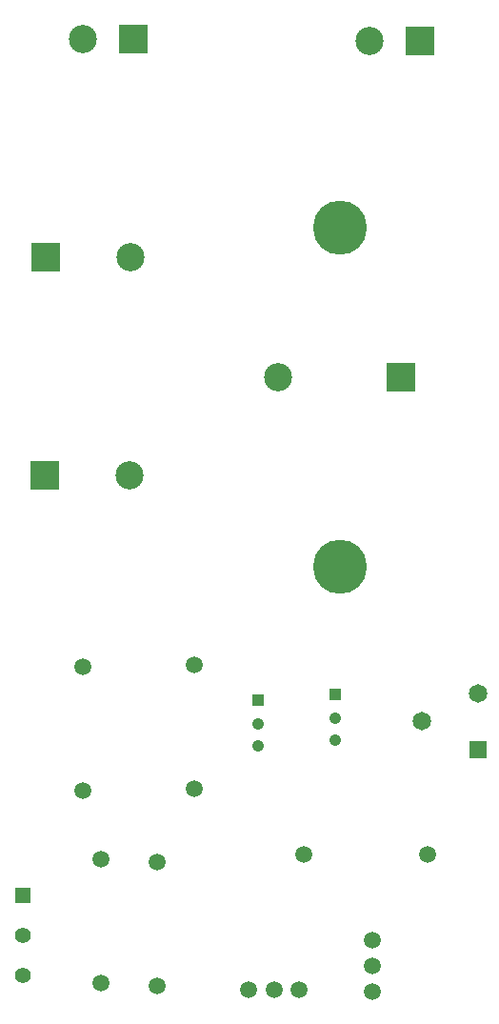
<source format=gtl>
G04*
G04 #@! TF.GenerationSoftware,Altium Limited,Altium Designer,23.0.1 (38)*
G04*
G04 Layer_Physical_Order=1*
G04 Layer_Color=255*
%FSLAX44Y44*%
%MOMM*%
G71*
G04*
G04 #@! TF.SameCoordinates,35DA4C4B-C9ED-44D6-BC94-0C2FA2B5732E*
G04*
G04*
G04 #@! TF.FilePolarity,Positive*
G04*
G01*
G75*
%ADD17C,2.5000*%
%ADD18R,2.5000X2.5000*%
%ADD29R,2.5000X2.5000*%
%ADD30C,4.8000*%
%ADD31C,1.5000*%
%ADD32R,1.0500X1.0500*%
%ADD33C,1.0500*%
%ADD34C,1.6500*%
%ADD35R,1.6500X1.6500*%
G04:AMPARAMS|DCode=36|XSize=1.4mm|YSize=1.4mm|CornerRadius=0.049mm|HoleSize=0mm|Usage=FLASHONLY|Rotation=0.000|XOffset=0mm|YOffset=0mm|HoleType=Round|Shape=RoundedRectangle|*
%AMROUNDEDRECTD36*
21,1,1.4000,1.3020,0,0,0.0*
21,1,1.3020,1.4000,0,0,0.0*
1,1,0.0980,0.6510,-0.6510*
1,1,0.0980,-0.6510,-0.6510*
1,1,0.0980,-0.6510,0.6510*
1,1,0.0980,0.6510,0.6510*
%
%ADD36ROUNDEDRECTD36*%
%ADD37C,1.4000*%
D17*
X398180Y1169670D02*
D03*
X529610Y1062990D02*
D03*
X610320Y1361440D02*
D03*
X355960Y1363810D02*
D03*
X396910Y975360D02*
D03*
D18*
X323180Y1169670D02*
D03*
X400960Y1363810D02*
D03*
X655320Y1361440D02*
D03*
X321910Y975360D02*
D03*
D29*
X638810Y1062990D02*
D03*
D30*
X584210Y1195590D02*
D03*
Y894090D02*
D03*
D31*
X552040Y638810D02*
D03*
X662040D02*
D03*
X503320Y518160D02*
D03*
X525780D02*
D03*
X548320D02*
D03*
X613410Y562210D02*
D03*
Y539750D02*
D03*
Y517210D02*
D03*
X355600Y695550D02*
D03*
Y805550D02*
D03*
X454660Y696820D02*
D03*
Y806820D02*
D03*
X372110Y634100D02*
D03*
X421640Y521600D02*
D03*
X372110Y524100D02*
D03*
X421640Y631600D02*
D03*
D32*
X511810Y775540D02*
D03*
X580390Y780620D02*
D03*
D33*
X511810Y754380D02*
D03*
Y735540D02*
D03*
X580390Y759460D02*
D03*
Y740620D02*
D03*
D34*
X706990Y781920D02*
D03*
X656990Y756920D02*
D03*
D35*
X706990Y731920D02*
D03*
D36*
X302260Y601980D02*
D03*
D37*
Y531180D02*
D03*
Y566580D02*
D03*
M02*

</source>
